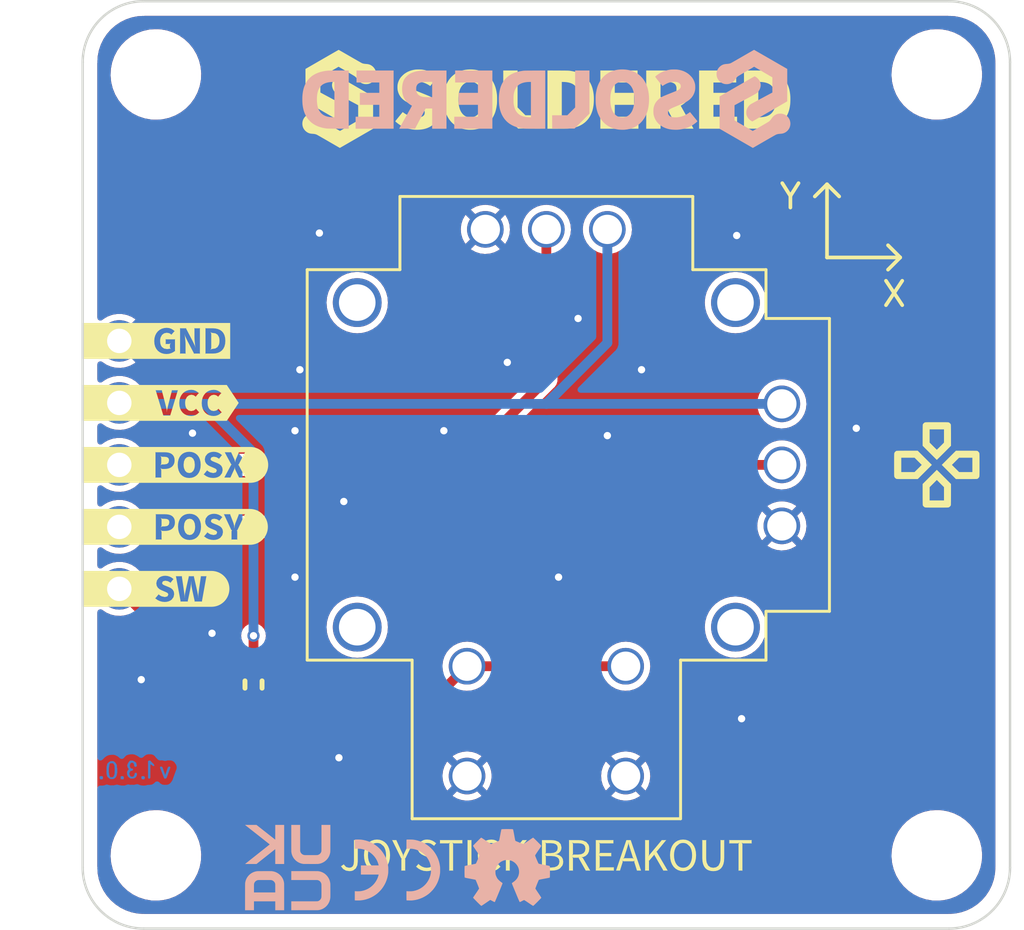
<source format=kicad_pcb>
(kicad_pcb (version 20211014) (generator pcbnew)
  (title_block (title "Joystick 2-axis with pushbutton breakout") (date "2024-10-03") (rev "V1.3.0.") (company "SOLDRED") (comment 1 "333089"))
  (layers (0 "F.Cu" signal) (31 "B.Cu" signal) (34 "B.Paste" user) (35 "F.Paste" user) (36 "B.SilkS" user "B.Silkscreen") (37 "F.SilkS" user "F.Silkscreen") (38 "B.Mask" user) (39 "F.Mask" user) (44 "Edge.Cuts" user))
  (net 0 "")
  (net 1 "GND")
  (net 2 "SW")
  (net 3 "POSy")
  (net 4 "VCC")
  (net 5 "POSx")
  (footprint "Soldered Graphics:Logo-Back-SolderedFULL-20mm" (layer "F.Cu") (at 130 121.4)
    (fp_text reference "REF**" hide)
    (fp_text value "Logo-Front-SolderedFULL-20mm" hide)
  )
  (footprint "e-radionica.com footprinti:FIDUCIAL_23" (layer "F.Cu") (at 146.2 147.3)
    (fp_text reference "FD1")
    (fp_text value "FIDUCIAL")
    (fp_circle (center 0 0) (end 1 0) (layer "F.Cu") (width 0.2) (fill none))
    (pad "1" smd circle (at 0 0) (size 1 1) (layers "F.Cu" "F.Paste" "F.Mask") (clearance 1.1))
  )
  (footprint "Soldered Graphics:Symbol-Front-Joystick" (layer "F.Cu") (at 146 136.4)
    (fp_text reference "G***" hide)
    (fp_text value "LOGO" hide)
  )
  (footprint "kibuzzard-66828995" (layer "F.Cu") (at 114.8 138.94)
    (fp_text reference "kibuzzard-66828995" hide)
    (fp_text value "G***" hide)
  )
  (footprint "kibuzzard-6682892F" (layer "F.Cu") (at 114 131.32)
    (fp_text reference "kibuzzard-6682892F" hide)
    (fp_text value "G***" hide)
  )
  (footprint "e-radionica.com footprinti:HOLE_3.2mm" (layer "F.Cu") (at 114 120.4)
    (fp_text reference "H1" hide)
    (fp_text value "HOLE_3.2mm" hide)
    (pad "" np_thru_hole circle locked (at 0 0) (size 3.2 3.2) (drill 3.2) (layers F&B.Cu *.Mask))
  )
  (footprint "e-radionica.com footprinti:Joystick GGL002" (layer "F.Cu") (at 130 136.4 90)
    (fp_text reference "K1")
    (fp_text value "Joystick GGL002")
    (pad "" thru_hole circle (at -6.65 -7.75 90) (size 2 2) (drill 1.5) (layers *.Cu *.Mask))
    (pad "" thru_hole circle (at -6.65 7.75 90) (size 2 2) (drill 1.5) (layers *.Cu *.Mask))
    (pad "" thru_hole circle (at 6.65 7.75 90) (size 2 2) (drill 1.5) (layers *.Cu *.Mask))
    (pad "" thru_hole circle (at 6.65 -7.75 90) (size 2 2) (drill 1.5) (layers *.Cu *.Mask))
    (pad "1" thru_hole circle (at -12.75 3.25) (size 1.5 1.5) (drill 1.2) (layers *.Cu *.Mask) (net 1 "GND"))
    (pad "1" thru_hole circle (at -12.75 -3.25) (size 1.5 1.5) (drill 1.2) (layers *.Cu *.Mask) (net 1 "GND"))
    (pad "2" thru_hole circle (at -8.25 3.25) (size 1.5 1.5) (drill 1.2) (layers *.Cu *.Mask) (net 2 "SW"))
    (pad "2" thru_hole circle (at -8.25 -3.25) (size 1.5 1.5) (drill 1.2) (layers *.Cu *.Mask) (net 2 "SW"))
    (pad "3" thru_hole circle (at -2.5 9.65) (size 1.5 1.5) (drill 1.2) (layers *.Cu *.Mask) (net 1 "GND"))
    (pad "4" thru_hole circle (at 0 9.65) (size 1.5 1.5) (drill 1.2) (layers *.Cu *.Mask) (net 3 "POSy"))
    (pad "5" thru_hole circle (at 2.5 9.65) (size 1.5 1.5) (drill 1.2) (layers *.Cu *.Mask) (net 4 "VCC"))
    (pad "6" thru_hole circle (at 9.65 2.5) (size 1.5 1.5) (drill 1.2) (layers *.Cu *.Mask) (net 4 "VCC"))
    (pad "7" thru_hole circle (at 9.65 0) (size 1.5 1.5) (drill 1.2) (layers *.Cu *.Mask) (net 5 "POSx"))
    (pad "8" thru_hole circle (at 9.65 -2.5) (size 1.5 1.5) (drill 1.2) (layers *.Cu *.Mask) (net 1 "GND"))
  )
  (footprint "e-radionica.com footprinti:0603R" (layer "F.Cu") (at 118 145.4 90)
    (fp_text reference "R1")
    (fp_text value "10k")
    (pad "1" smd rect locked (at -0.775 0 180) (size 1 0.64) (layers "F.Cu" "F.Paste" "F.Mask") (net 2 "SW"))
    (pad "2" smd rect locked (at 0.775 0 180) (size 1 0.64) (layers "F.Cu" "F.Paste" "F.Mask") (net 4 "VCC"))
  )
  (footprint "kibuzzard-66828953" (layer "F.Cu") (at 114.2 133.86)
    (fp_text reference "kibuzzard-66828953" hide)
    (fp_text value "G***" hide)
  )
  (footprint "e-radionica.com footprinti:HOLE_3.2mm" (layer "F.Cu") (at 146 152.4)
    (fp_text reference "H3" hide)
    (fp_text value "HOLE_3.2mm" hide)
    (pad "" np_thru_hole circle locked (at 0 0) (size 3.2 3.2) (drill 3.2) (layers F&B.Cu *.Mask))
  )
  (footprint "Soldered Graphics:Logo-Front-SolderedFULL-20mm" (layer "F.Cu") (at 130 121.4)
    (fp_text reference "REF**" hide)
    (fp_text value "Logo-Front-SolderedFULL-20mm" hide)
  )
  (footprint "kibuzzard-66828977" (layer "F.Cu") (at 114.8 136.4)
    (fp_text reference "kibuzzard-66828977" hide)
    (fp_text value "G***" hide)
  )
  (footprint "Soldered Graphics:Logo-Back-CE-3.5mm" (layer "F.Cu") (at 123.9 153)
    (fp_text reference "REF**" hide)
    (fp_text value "Logo-Back-CE-3.5mm" hide)
  )
  (footprint "kibuzzard-668288C6" (layer "F.Cu") (at 130 152.4)
    (fp_text reference "kibuzzard-668288C6" hide)
    (fp_text value "G***" hide)
  )
  (footprint "kibuzzard-668289A6" (layer "F.Cu") (at 114 141.48)
    (fp_text reference "kibuzzard-668289A6" hide)
    (fp_text value "G***" hide)
  )
  (footprint "Soldered Graphics:Logo-Back-OSH-3.5mm" (layer "F.Cu") (at 128.4 152.9)
    (fp_text reference "G***" hide)
    (fp_text value "LOGO" hide)
  )
  (footprint "e-radionica.com footprinti:HOLE_3.2mm" (layer "F.Cu") (at 146 120.4)
    (fp_text reference "H2" hide)
    (fp_text value "HOLE_3.2mm" hide)
    (pad "" np_thru_hole circle locked (at 0 0) (size 3.2 3.2) (drill 3.2) (layers F&B.Cu *.Mask))
  )
  (footprint "Soldered Graphics:Logo-Back-UKCA-3.5mm" (layer "F.Cu") (at 119.4 152.9)
    (fp_text reference "REF**" hide)
    (fp_text value "Logo-Back-UKCA-3.5mm" hide)
  )
  (footprint "e-radionica.com footprinti:HOLE_3.2mm" (layer "B.Cu") (at 114 152.4 180)
    (fp_text reference "H4" hide)
    (fp_text value "HOLE_3.2mm" hide)
    (pad "" np_thru_hole circle locked (at 0 0 180) (size 3.2 3.2) (drill 3.2) (layers F&B.Cu *.Mask))
  )
  (footprint "Soldered Graphics:Version1.3.0." (layer "B.Cu") (at 113.1 148.9 180)
    (fp_text reference "REF**" hide)
    (fp_text value "Version1.3.0." hide)
    (fp_poly (pts (xy 0.02 -0.35) (xy 0.13 -0.35) (xy 0.18 -0.32) (xy 0.23 -0.28) (xy 0.25 -0.25) (xy 0.27 -0.2) (xy 0.28 -0.15) (xy 0.28 -0.09) (xy 0.26 -0.04) (xy 0.23 0) (xy 0.2 0.04) (xy 0.24 0.08) (xy 0.26 0.13) (xy 0.27 0.18) (xy 0.26 0.23) (xy 0.24 0.27) (xy 0.21 0.32) (xy 0.17 0.37) (xy 0.12 0.38) (xy 0.06 0.38) (xy 0.01 0.36) (xy -0.04 0.33) (xy -0.08 0.3) (xy -0.1 0.25) (xy -0.11 0.2) (xy -0.11 0.15) (xy -0.06 0.13) (xy -0.02 0.15) (xy -0.01 0.2) (xy 0 0.25) (xy 0.04 0.3) (xy 0.09 0.3) (xy 0.14 0.28) (xy 0.16 0.23) (xy 0.17 0.18) (xy 0.17 0.14) (xy 0.15 0.09) (xy 0.11 0.05) (xy 0.05 0.05) (xy 0.04 0) (xy 0.08 -0.03) (xy 0.13 -0.03) (xy 0.17 -0.08) (xy 0.19 -0.13) (xy 0.19 -0.17) (xy 0.17 -0.22) (xy 0.14 -0.27) (xy 0.09 -0.28) (xy 0.03 -0.28) (xy -0.01 -0.23) (xy -0.03 -0.18) (xy -0.04 -0.13) (xy -0.09 -0.12) (xy -0.12 -0.15) (xy -0.12 -0.2) (xy -0.1 -0.25) (xy -0.08 -0.29) (xy -0.04 -0.32) (xy 0.02 -0.35)) (layer "B.Cu") (width 0.01) (fill solid))
    (fp_poly (pts (xy 0.89 -0.37) (xy 0.95 -0.37) (xy 1 -0.35) (xy 0.97 -0.3) (xy 0.87 -0.3) (xy 0.83 -0.27) (xy 0.81 -0.22) (xy 0.79 -0.17) (xy 0.79 -0.13) (xy 0.78 -0.01) (xy 0.79 0.11) (xy 0.79 0.15) (xy 0.8 0.2) (xy 0.83 0.25) (xy 0.86 0.28) (xy 0.97 0.28) (xy 1 0.24) (xy 1.01 0.19) (xy 1.02 0.13) (xy 1.03 0.03) (xy 1.03 -0.1) (xy 1.02 -0.14) (xy 1.02 -0.19) (xy 1 -0.24) (xy 0.98 -0.29) (xy 0.97 -0.3) (xy 1.01 -0.34) (xy 1.05 -0.31) (xy 1.08 -0.28) (xy 1.1 -0.24) (xy 1.11 -0.18) (xy 1.12 -0.13) (xy 1.12 -0.08) (xy 1.12 0.04) (xy 1.12 0.1) (xy 1.11 0.15) (xy 1.1 0.2) (xy 1.09 0.25) (xy 1.06 0.28) (xy 1.02 0.32) (xy 0.97 0.35) (xy 0.91 0.36) (xy 0.86 0.36) (xy 0.8 0.33) (xy 0.76 0.29) (xy 0.74 0.26) (xy 0.71 0.21) (xy 0.7 0.16) (xy 0.7 0.11) (xy 0.69 0.06) (xy 0.69 -0.06) (xy 0.69 -0.12) (xy 0.7 -0.16) (xy 0.71 -0.22) (xy 0.73 -0.27) (xy 0.75 -0.3) (xy 0.79 -0.34) (xy 0.85 -0.37) (xy 0.89 -0.37)) (layer "B.Cu") (width 0.01) (fill solid))
    (fp_poly (pts (xy 0.43 -0.38) (xy 0.48 -0.38) (xy 0.54 -0.37) (xy 0.54 -0.33) (xy 0.54 -0.27) (xy 0.5 -0.26) (xy 0.45 -0.26) (xy 0.42 -0.29) (xy 0.42 -0.34) (xy 0.43 -0.38)) (layer "B.Cu") (width 0.01) (fill solid))
    (fp_poly (pts (xy -0.65 -0.35) (xy -0.6 -0.35) (xy -0.58 -0.31) (xy -0.58 0.35) (xy -0.61 0.38) (xy -0.67 0.38) (xy -0.7 0.34) (xy -0.82 0.22) (xy -0.83 0.17) (xy -0.8 0.16) (xy -0.71 0.22) (xy -0.67 0.23) (xy -0.67 -0.31) (xy -0.65 -0.35)) (layer "B.Cu") (width 0.01) (fill solid))
    (fp_poly (pts (xy 1.29 -0.38) (xy 1.34 -0.38) (xy 1.39 -0.37) (xy 1.4 -0.33) (xy 1.4 -0.27) (xy 1.36 -0.26) (xy 1.3 -0.26) (xy 1.27 -0.29) (xy 1.27 -0.34) (xy 1.29 -0.38)) (layer "B.Cu") (width 0.01) (fill solid))
    (fp_poly (pts (xy -1.31 -0.35) (xy -1.25 -0.35) (xy -1.23 -0.31) (xy -1.07 0.1) (xy -1.09 0.13) (xy -1.14 0.13) (xy -1.17 0.1) (xy -1.26 -0.16) (xy -1.28 -0.21) (xy -1.3 -0.17) (xy -1.39 0.09) (xy -1.42 0.13) (xy -1.47 0.13) (xy -1.49 0.1) (xy -1.34 -0.31) (xy -1.31 -0.35)) (layer "B.Cu") (width 0.01) (fill solid))
    (fp_poly (pts (xy -0.42 -0.38) (xy -0.37 -0.38) (xy -0.32 -0.37) (xy -0.31 -0.33) (xy -0.31 -0.27) (xy -0.36 -0.26) (xy -0.41 -0.26) (xy -0.44 -0.29) (xy -0.44 -0.34) (xy -0.42 -0.38)) (layer "B.Cu") (width 0.01) (fill solid))
  )
  (footprint "e-radionica.com footprinti:HEADER_MALE_5X1" (layer "B.Cu") (at 112.5 136.4 90)
    (fp_text reference "K2")
    (fp_text value "HEADER_MALE_5X1")
    (pad "1" thru_hole circle locked (at -5.08 0 90) (size 1.7 1.7) (drill 1) (layers *.Cu *.Mask) (net 2 "SW"))
    (pad "2" thru_hole circle locked (at -2.54 0 90) (size 1.7 1.7) (drill 1) (layers *.Cu *.Mask) (net 3 "POSy"))
    (pad "3" thru_hole circle locked (at 0 0 90) (size 1.7 1.7) (drill 1) (layers *.Cu *.Mask) (net 5 "POSx"))
    (pad "4" thru_hole circle locked (at 2.54 0 90) (size 1.7 1.7) (drill 1) (layers *.Cu *.Mask) (net 4 "VCC"))
    (pad "5" thru_hole circle locked (at 5.08 0 90) (size 1.7 1.7) (drill 1) (layers *.Cu *.Mask) (net 1 "GND"))
  )
  (gr_line (start 141.5 127.9) (end 144.5 127.9) (layer "F.SilkS") (width 0.15))
  (gr_line (start 144.5 127.9) (end 144 127.4) (layer "F.SilkS") (width 0.15))
  (gr_line (start 141.5 124.9) (end 141.5 127.9) (layer "F.SilkS") (width 0.15))
  (gr_line (start 141.5 124.9) (end 141 125.4) (layer "F.SilkS") (width 0.15))
  (gr_line (start 144.5 127.9) (end 144 128.4) (layer "F.SilkS") (width 0.15))
  (gr_line (start 141.5 124.9) (end 142 125.4) (layer "F.SilkS") (width 0.15))
  (gr_line (start 111 119.9) (end 111 152.9) (layer "Edge.Cuts") (width 0.1))
  (gr_arc (start 149 152.9) (mid 148.267767 154.667767) (end 146.5 155.4) (layer "Edge.Cuts") (width 0.1))
  (gr_arc (start 146.5 117.4) (mid 148.267767 118.132233) (end 149 119.9) (layer "Edge.Cuts") (width 0.1))
  (gr_arc (start 113.5 155.4) (mid 111.732233 154.667767) (end 111 152.9) (layer "Edge.Cuts") (width 0.1))
  (gr_line (start 113.5 155.4) (end 146.5 155.4) (layer "Edge.Cuts") (width 0.1))
  (gr_line (start 146.5 117.4) (end 113.5 117.4) (layer "Edge.Cuts") (width 0.1))
  (gr_line (start 149 152.9) (end 149 119.9) (layer "Edge.Cuts") (width 0.1))
  (gr_arc (start 111 119.9) (mid 111.732233 118.132233) (end 113.5 117.4) (layer "Edge.Cuts") (width 0.1))
  (gr_text "Y" (at 140 125.4) (layer "F.SilkS") (effects (font (size 1 1))))
  (gr_text "X" (at 144.25 129.4) (layer "F.SilkS") (effects (font (size 1 1))))
  (via (at 119.7 135) (size 0.5) (drill 0.3) (layers "F.Cu" "B.Cu") (net 1))
  (via (at 138 146.8) (size 0.5) (drill 0.3) (layers "F.Cu" "B.Cu") (net 1))
  (via (at 128.4 132.2) (size 0.5) (drill 0.3) (layers "F.Cu" "B.Cu") (net 1))
  (via (at 142.7 134.9) (size 0.5) (drill 0.3) (layers "F.Cu" "B.Cu") (net 1))
  (via (at 121.7 137.9) (size 0.5) (drill 0.3) (layers "F.Cu" "B.Cu") (net 1))
  (via (at 113.4 145.2) (size 0.5) (drill 0.3) (layers "F.Cu" "B.Cu") (net 1))
  (via (at 120.7 126.9) (size 0.5) (drill 0.3) (layers "F.Cu" "B.Cu") (net 1))
  (via (at 116.3 143.3) (size 0.5) (drill 0.3) (layers "F.Cu" "B.Cu") (net 1))
  (via (at 137.8 127) (size 0.5) (drill 0.3) (layers "F.Cu" "B.Cu") (net 1))
  (via (at 130.5 141) (size 0.5) (drill 0.3) (layers "F.Cu" "B.Cu") (net 1))
  (via (at 133.9 132.5) (size 0.5) (drill 0.3) (layers "F.Cu" "B.Cu") (net 1))
  (via (at 125.8 135) (size 0.5) (drill 0.3) (layers "F.Cu" "B.Cu") (net 1))
  (via (at 115.5 135.1) (size 0.5) (drill 0.3) (layers "F.Cu" "B.Cu") (net 1))
  (via (at 132.5 135.2) (size 0.5) (drill 0.3) (layers "F.Cu" "B.Cu") (net 1))
  (via (at 119.7 141) (size 0.5) (drill 0.3) (layers "F.Cu" "B.Cu") (net 1))
  (via (at 119.9 132.5) (size 0.5) (drill 0.3) (layers "F.Cu" "B.Cu") (net 1))
  (via (at 131.3 130.4) (size 0.5) (drill 0.3) (layers "F.Cu" "B.Cu") (net 1))
  (via (at 121.5 148.4) (size 0.5) (drill 0.3) (layers "F.Cu" "B.Cu") (net 1))
  (segment (start 125.225 146.175) (end 126.75 144.65) (width 0.4) (layer "F.Cu") (net 2))
  (segment (start 112.5 141.48) (end 117.195 146.175) (width 0.4) (layer "F.Cu") (net 2))
  (segment (start 117.195 146.175) (end 125.225 146.175) (width 0.4) (layer "F.Cu") (net 2))
  (segment (start 126.75 144.65) (end 133.25 144.65) (width 0.4) (layer "F.Cu") (net 2))
  (segment (start 112.5 138.94) (end 127.76 138.94) (width 0.4) (layer "F.Cu") (net 3))
  (segment (start 130.3 136.4) (end 139.65 136.4) (width 0.4) (layer "F.Cu") (net 3))
  (segment (start 127.76 138.94) (end 130.3 136.4) (width 0.4) (layer "F.Cu") (net 3))
  (segment (start 118 144.625) (end 118 143.4) (width 0.4) (layer "F.Cu") (net 4))
  (via (at 118 143.4) (size 0.5) (drill 0.3) (layers "F.Cu" "B.Cu") (net 4))
  (segment (start 118 135.9) (end 116 133.9) (width 0.4) (layer "B.Cu") (net 4))
  (segment (start 130 133.9) (end 139.65 133.9) (width 0.4) (layer "B.Cu") (net 4))
  (segment (start 112.54 133.9) (end 116 133.9) (width 0.4) (layer "B.Cu") (net 4))
  (segment (start 116 133.9) (end 130 133.9) (width 0.4) (layer "B.Cu") (net 4))
  (segment (start 130 133.9) (end 132.5 131.4) (width 0.4) (layer "B.Cu") (net 4))
  (segment (start 112.5 133.86) (end 112.54 133.9) (width 0.4) (layer "B.Cu") (net 4))
  (segment (start 132.5 131.4) (end 132.5 126.75) (width 0.4) (layer "B.Cu") (net 4))
  (segment (start 118 143.4) (end 118 135.9) (width 0.4) (layer "B.Cu") (net 4))
  (segment (start 112.5 136.4) (end 126.5 136.4) (width 0.4) (layer "F.Cu") (net 5))
  (segment (start 130 132.9) (end 130 126.75) (width 0.4) (layer "F.Cu") (net 5))
  (segment (start 126.5 136.4) (end 130 132.9) (width 0.4) (layer "F.Cu") (net 5))
  (zone (net 1) (net_name "GND") (layers F&B.Cu) (connect_pads (clearance 0.254)) (min_thickness 0.254) (fill yes (thermal_gap 0.254) (thermal_bridge_width 0.3))
    (polygon (pts (xy 149 155.4) (xy 111 155.4) (xy 111 117.4) (xy 149 117.4)))
  )
)
</source>
